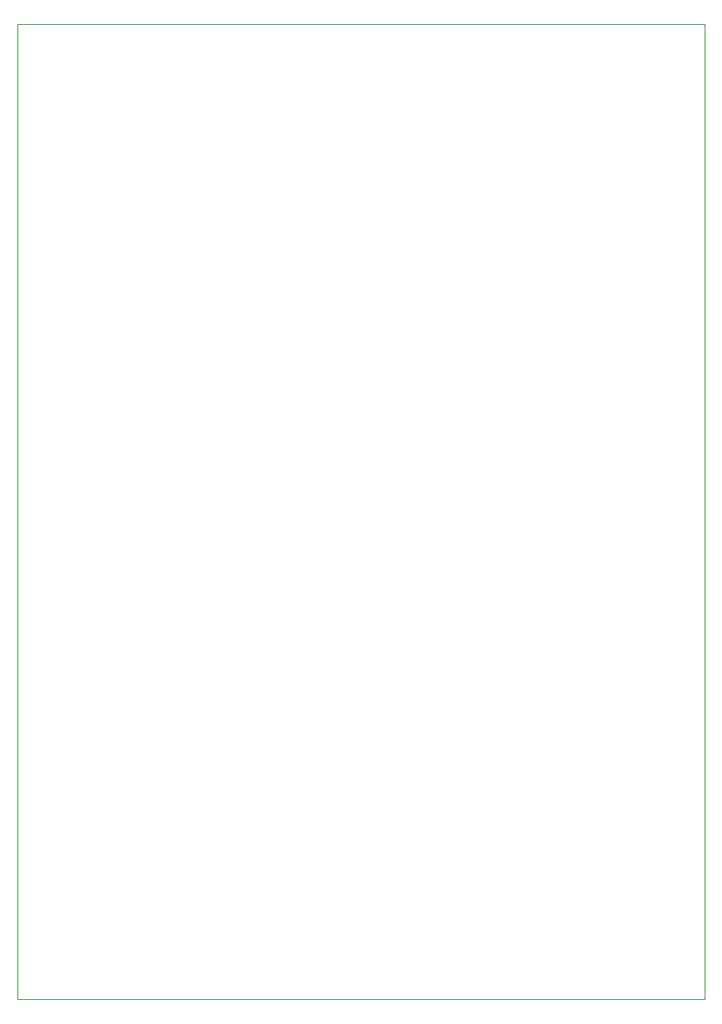
<source format=gbr>
%TF.GenerationSoftware,KiCad,Pcbnew,9.0.6*%
%TF.CreationDate,2026-01-10T01:39:29+11:00*%
%TF.ProjectId,low-pass-filter,6c6f772d-7061-4737-932d-66696c746572,rev?*%
%TF.SameCoordinates,Original*%
%TF.FileFunction,Profile,NP*%
%FSLAX46Y46*%
G04 Gerber Fmt 4.6, Leading zero omitted, Abs format (unit mm)*
G04 Created by KiCad (PCBNEW 9.0.6) date 2026-01-10 01:39:29*
%MOMM*%
%LPD*%
G01*
G04 APERTURE LIST*
%TA.AperFunction,Profile*%
%ADD10C,0.050000*%
%TD*%
G04 APERTURE END LIST*
D10*
X46328478Y-44496498D02*
X116500001Y-44496498D01*
X116500001Y-144000000D01*
X46328478Y-144000000D01*
X46328478Y-44496498D01*
M02*

</source>
